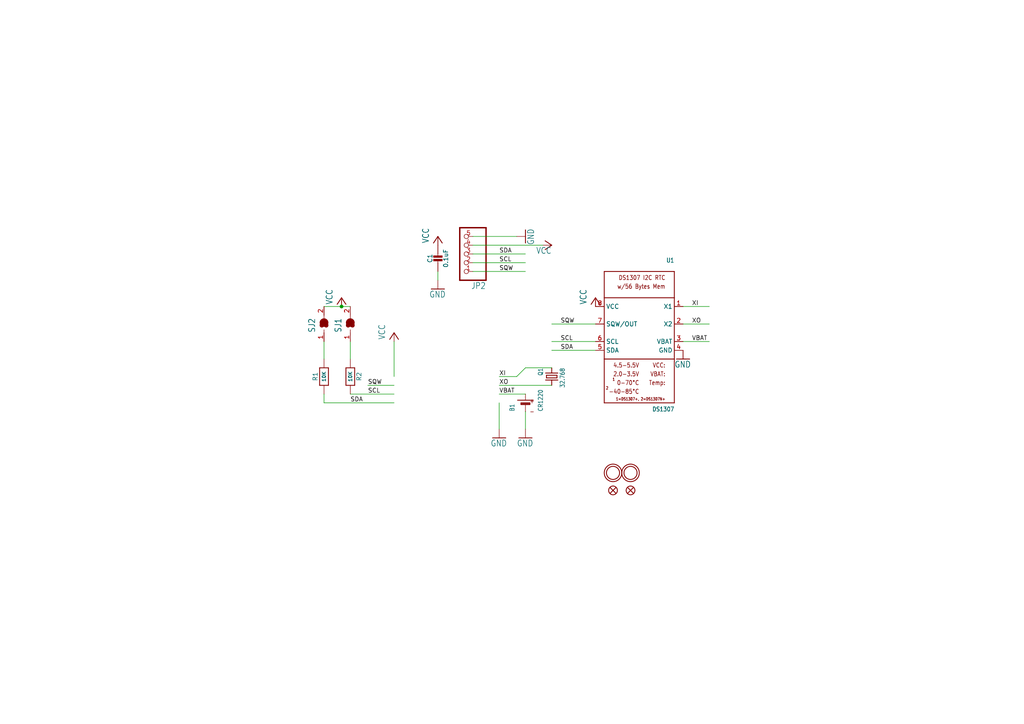
<source format=kicad_sch>
(kicad_sch (version 20230121) (generator eeschema)
  (paper "A4")
  (lib_symbols
    (symbol "working-eagle-import:BATTERYCR1220_SMT"
      (property "Reference" "B" (at -2.54 3.175 0))
      (symbol "BATTERYCR1220_SMT_1_0"
        (polyline (pts (xy -2.54 0) (xy -0.635 0)) (stroke (width 0.1524)))
        (polyline (pts (xy -0.508 -1.27) (xy -0.508 1.27)) (stroke (width 0.254)))
        (polyline (pts (xy -0.508 1.27) (xy -0.254 1.27)) (stroke (width 0.254)))
        (polyline (pts (xy -0.254 -1.27) (xy -0.508 -1.27)) (stroke (width 0.254)))
        (polyline (pts (xy -0.254 1.27) (xy -0.254 -1.27)) (stroke (width 0.254)))
        (polyline (pts (xy -0.254 1.27) (xy 0 1.27)) (stroke (width 0.254)))
        (polyline (pts (xy 0 -1.27) (xy -0.254 -1.27)) (stroke (width 0.254)))
        (polyline (pts (xy 0 1.27) (xy 0 -1.27)) (stroke (width 0.254)))
        (polyline (pts (xy 0.762 2.286) (xy 0.762 -2.286)) (stroke (width 0.254)))
        (polyline (pts (xy 0.889 0) (xy 2.54 0)) (stroke (width 0.1524)))
        (text "+" (at 1.27 -1.143 900) (effects (font (size 1.27 1.0795)) (justify right top)))
        (text "-" (at -1.778 -1.143 900) (effects (font (size 1.27 1.0795)) (justify right top)))
        (pin passive line (at 2.54 0 180) (length 0) (name "+") (number "+$1"))
        (pin passive line (at -2.54 0 0) (length 0) (name "-") (number "-"))
      )
    )
    (symbol "working-eagle-import:CAP_CERAMIC0805-NOOUTLINE"
      (property "Reference" "C" (at -2.29 1.25 90))
      (symbol "CAP_CERAMIC0805-NOOUTLINE_1_0"
        (rectangle (start -1.27 0.508) (end 1.27 1.016) (fill (type outline)))
        (rectangle (start -1.27 1.524) (end 1.27 2.032) (fill (type outline)))
        (polyline (pts (xy 0 0.762) (xy 0 0)) (stroke (width 0.1524)))
        (polyline (pts (xy 0 2.54) (xy 0 1.778)) (stroke (width 0.1524)))
        (pin passive line (at 0 5.08 270) (length 2.54) (name "1") (number "1"))
        (pin passive line (at 0 -2.54 90) (length 2.54) (name "2") (number "2"))
      )
    )
    (symbol "working-eagle-import:CRYSTAL8.0X3.8"
      (property "Reference" "Y" (at -2.54 2.54 0))
      (symbol "CRYSTAL8.0X3.8_1_0"
        (polyline (pts (xy -2.54 0) (xy -1.016 0)) (stroke (width 0.254)))
        (polyline (pts (xy -1.016 0) (xy -1.016 -1.778)) (stroke (width 0.254)))
        (polyline (pts (xy -1.016 1.778) (xy -1.016 0)) (stroke (width 0.254)))
        (polyline (pts (xy -0.381 -1.524) (xy 0.381 -1.524)) (stroke (width 0.254)))
        (polyline (pts (xy -0.381 1.524) (xy -0.381 -1.524)) (stroke (width 0.254)))
        (polyline (pts (xy 0.381 -1.524) (xy 0.381 1.524)) (stroke (width 0.254)))
        (polyline (pts (xy 0.381 1.524) (xy -0.381 1.524)) (stroke (width 0.254)))
        (polyline (pts (xy 1.016 0) (xy 1.016 -1.778)) (stroke (width 0.254)))
        (polyline (pts (xy 1.016 1.778) (xy 1.016 0)) (stroke (width 0.254)))
        (polyline (pts (xy 2.54 0) (xy 1.016 0)) (stroke (width 0.254)))
        (pin passive line (at -2.54 0 0) (length 0) (name "1") (number "P$1"))
        (pin passive line (at 2.54 0 180) (length 0) (name "2") (number "P$4"))
      )
    )
    (symbol "working-eagle-import:FIDUCIAL{dblquote}{dblquote}"
      (symbol "FIDUCIAL{dblquote}{dblquote}_1_0"
        (polyline (pts (xy -0.762 0.762) (xy 0.762 -0.762)) (stroke (width 0.254)))
        (polyline (pts (xy 0.762 0.762) (xy -0.762 -0.762)) (stroke (width 0.254)))
        (circle (center 0 0) (radius 1.27) (stroke (width 0.254)))
      )
    )
    (symbol "working-eagle-import:GND" (power)
      (property "Value" "GND" (at -2.54 -2.54 0))
      (symbol "GND_1_0"
        (polyline (pts (xy -1.905 0) (xy 1.905 0)) (stroke (width 0.254)))
        (pin power_in line (at 0 2.54 270) (length 2.54) (name "GND") (number "1"))
      )
    )
    (symbol "working-eagle-import:HEADER-1X576MIL"
      (property "Reference" "JP" (at -6.35 8.255 0))
      (symbol "HEADER-1X576MIL_1_0"
        (polyline (pts (xy -6.35 -7.62) (xy 1.27 -7.62)) (stroke (width 0.4064)))
        (polyline (pts (xy -6.35 7.62) (xy -6.35 -7.62)) (stroke (width 0.4064)))
        (polyline (pts (xy 1.27 -7.62) (xy 1.27 7.62)) (stroke (width 0.4064)))
        (polyline (pts (xy 1.27 7.62) (xy -6.35 7.62)) (stroke (width 0.4064)))
        (pin passive inverted (at -2.54 5.08 0) (length 2.54) (name "1") (number "1"))
        (pin passive inverted (at -2.54 2.54 0) (length 2.54) (name "2") (number "2"))
        (pin passive inverted (at -2.54 0 0) (length 2.54) (name "3") (number "3"))
        (pin passive inverted (at -2.54 -2.54 0) (length 2.54) (name "4") (number "4"))
        (pin passive inverted (at -2.54 -5.08 0) (length 2.54) (name "5") (number "5"))
      )
    )
    (symbol "working-eagle-import:MOUNTINGHOLE2.0"
      (symbol "MOUNTINGHOLE2.0_1_0"
        (circle (center 0 0) (radius 1.905) (stroke (width 0.254)))
        (circle (center 0 0) (radius 2.54) (stroke (width 0.254)))
      )
    )
    (symbol "working-eagle-import:RESISTOR0805_NOOUTLINE"
      (property "Reference" "R" (at 0 2.54 0))
      (symbol "RESISTOR0805_NOOUTLINE_1_0"
        (polyline (pts (xy -2.54 -1.27) (xy -2.54 1.27)) (stroke (width 0.254)))
        (polyline (pts (xy -2.54 1.27) (xy 2.54 1.27)) (stroke (width 0.254)))
        (polyline (pts (xy 2.54 -1.27) (xy -2.54 -1.27)) (stroke (width 0.254)))
        (polyline (pts (xy 2.54 1.27) (xy 2.54 -1.27)) (stroke (width 0.254)))
        (pin passive line (at -5.08 0 0) (length 2.54) (name "1") (number "1"))
        (pin passive line (at 5.08 0 180) (length 2.54) (name "2") (number "2"))
      )
    )
    (symbol "working-eagle-import:RTC_DS1307"
      (property "Reference" "U" (at -10.16 20.32 0))
      (symbol "RTC_DS1307_1_0"
        (polyline (pts (xy -10.16 -20.32) (xy -10.16 -7.62)) (stroke (width 0.254)))
        (polyline (pts (xy -10.16 -7.62) (xy -10.16 10.16)) (stroke (width 0.254)))
        (polyline (pts (xy -10.16 10.16) (xy 10.16 10.16)) (stroke (width 0.254)))
        (polyline (pts (xy -10.16 17.78) (xy -10.16 10.16)) (stroke (width 0.254)))
        (polyline (pts (xy -10.16 17.78) (xy 10.16 17.78)) (stroke (width 0.254)))
        (polyline (pts (xy 10.16 -20.32) (xy -10.16 -20.32)) (stroke (width 0.254)))
        (polyline (pts (xy 10.16 -20.32) (xy 10.16 -7.62)) (stroke (width 0.254)))
        (polyline (pts (xy 10.16 -7.62) (xy -10.16 -7.62)) (stroke (width 0.254)))
        (polyline (pts (xy 10.16 10.16) (xy 10.16 -7.62)) (stroke (width 0.254)))
        (polyline (pts (xy 10.16 17.78) (xy 10.16 10.16)) (stroke (width 0.254)))
        (text "-40-85°C" (at 0 -17.78 0) (effects (font (size 1.27 1.0795)) (justify left bottom)))
        (text "0-70°C" (at 0 -15.24 0) (effects (font (size 1.27 1.0795)) (justify left bottom)))
        (text "1" (at 6.985 -13.97 0) (effects (font (size 0.8128 0.6908)) (justify left bottom)))
        (text "1=DS1307+, 2=DS1307N+" (at -7.62 -19.685 0) (effects (font (size 0.8128 0.6908)) (justify left bottom)))
        (text "2" (at 8.89 -16.51 0) (effects (font (size 0.8128 0.6908)) (justify left bottom)))
        (text "2.0-3.5V" (at 0 -12.7 0) (effects (font (size 1.27 1.0795)) (justify left bottom)))
        (text "4.5-5.5V" (at 0 -10.16 0) (effects (font (size 1.27 1.0795)) (justify left bottom)))
        (text "DS1307 I2C RTC" (at -7.62 15.24 0) (effects (font (size 1.27 1.0795)) (justify left bottom)))
        (text "Temp:" (at -7.62 -15.24 0) (effects (font (size 1.27 1.0795)) (justify left bottom)))
        (text "VBAT:" (at -7.62 -12.7 0) (effects (font (size 1.27 1.0795)) (justify left bottom)))
        (text "VCC:" (at -7.62 -10.16 0) (effects (font (size 1.27 1.0795)) (justify left bottom)))
        (text "w/56 Bytes Mem" (at -7.62 12.7 0) (effects (font (size 1.27 1.0795)) (justify left bottom)))
        (pin bidirectional line (at -12.7 7.62 0) (length 2.54) (name "X1") (number "1"))
        (pin bidirectional line (at -12.7 2.54 0) (length 2.54) (name "X2") (number "2"))
        (pin bidirectional line (at -12.7 -2.54 0) (length 2.54) (name "VBAT") (number "3"))
        (pin bidirectional line (at -12.7 -5.08 0) (length 2.54) (name "GND") (number "4"))
        (pin bidirectional line (at 12.7 -5.08 180) (length 2.54) (name "SDA") (number "5"))
        (pin bidirectional line (at 12.7 -2.54 180) (length 2.54) (name "SCL") (number "6"))
        (pin bidirectional line (at 12.7 2.54 180) (length 2.54) (name "SQW/OUT") (number "7"))
        (pin bidirectional line (at 12.7 7.62 180) (length 2.54) (name "VCC") (number "8"))
      )
    )
    (symbol "working-eagle-import:SOLDERJUMPER_CLOSED"
      (property "Reference" "SJ" (at -2.54 2.54 0))
      (symbol "SOLDERJUMPER_CLOSED_1_0"
        (arc (start -0.381 -0.635) (mid 0.2514 -0.0001) (end -0.3808 0.635) (stroke (width 1.27)))
        (polyline (pts (xy -2.54 0) (xy -1.651 0)) (stroke (width 0.1524)))
        (polyline (pts (xy -0.635 0) (xy 0.635 0)) (stroke (width 0.4064)))
        (polyline (pts (xy 2.54 0) (xy 1.651 0)) (stroke (width 0.1524)))
        (arc (start 0.3808 -0.635) (mid 1.0132 -0.0001) (end 0.381 0.635) (stroke (width 1.27)))
        (pin passive line (at -5.08 0 0) (length 2.54) (name "1") (number "1"))
        (pin passive line (at 5.08 0 180) (length 2.54) (name "2") (number "2"))
      )
    )
    (symbol "working-eagle-import:VCC" (power)
      (property "Value" "VCC" (at -2.54 -2.54 90))
      (symbol "VCC_1_0"
        (polyline (pts (xy 0 0) (xy -1.27 -1.905)) (stroke (width 0.254)))
        (polyline (pts (xy 1.27 -1.905) (xy 0 0)) (stroke (width 0.254)))
        (pin power_in line (at 0 -2.54 90) (length 2.54) (name "VCC") (number "1"))
      )
    )
  )
  (junction (at 99.06 88.9))
  (wire (pts (xy 114.3 116.84) (xy 93.98 116.84)) (stroke (width 0.1524)))
  (wire (pts (xy 152.4 119.38) (xy 152.4 124.46)) (stroke (width 0.1524)))
  (wire (pts (xy 101.6 99.06) (xy 101.6 104.14)) (stroke (width 0.1524)))
  (wire (pts (xy 160.02 106.68) (xy 152.4 106.68)) (stroke (width 0.1524)))
  (wire (pts (xy 149.86 109.22) (xy 144.78 109.22)) (stroke (width 0.1524)))
  (wire (pts (xy 93.98 104.14) (xy 93.98 99.06)) (stroke (width 0.1524)))
  (wire (pts (xy 157.48 71.12) (xy 137.16 71.12)) (stroke (width 0.1524)))
  (wire (pts (xy 137.16 73.66) (xy 152.4 73.66)) (stroke (width 0.1524)))
  (wire (pts (xy 172.72 93.98) (xy 160.02 93.98)) (stroke (width 0.1524)))
  (wire (pts (xy 198.12 99.06) (xy 205.74 99.06)) (stroke (width 0.1524)))
  (wire (pts (xy 127 81.28) (xy 127 78.74)) (stroke (width 0.1524)))
  (wire (pts (xy 93.98 116.84) (xy 93.98 114.3)) (stroke (width 0.1524)))
  (wire (pts (xy 149.86 68.58) (xy 137.16 68.58)) (stroke (width 0.1524)))
  (wire (pts (xy 114.3 111.76) (xy 106.68 111.76)) (stroke (width 0.1524)))
  (wire (pts (xy 152.4 106.68) (xy 149.86 109.22)) (stroke (width 0.1524)))
  (wire (pts (xy 101.6 88.9) (xy 99.06 88.9)) (stroke (width 0.1524)))
  (wire (pts (xy 137.16 78.74) (xy 152.4 78.74)) (stroke (width 0.1524)))
  (wire (pts (xy 114.3 99.06) (xy 114.3 109.22)) (stroke (width 0.1524)))
  (wire (pts (xy 160.02 99.06) (xy 172.72 99.06)) (stroke (width 0.1524)))
  (wire (pts (xy 144.78 124.46) (xy 144.78 116.84)) (stroke (width 0.1524)))
  (wire (pts (xy 160.02 111.76) (xy 144.78 111.76)) (stroke (width 0.1524)))
  (wire (pts (xy 152.4 114.3) (xy 144.78 114.3)) (stroke (width 0.1524)))
  (wire (pts (xy 198.12 88.9) (xy 205.74 88.9)) (stroke (width 0.1524)))
  (wire (pts (xy 99.06 88.9) (xy 93.98 88.9)) (stroke (width 0.1524)))
  (wire (pts (xy 172.72 101.6) (xy 160.02 101.6)) (stroke (width 0.1524)))
  (wire (pts (xy 205.74 93.98) (xy 198.12 93.98)) (stroke (width 0.1524)))
  (wire (pts (xy 137.16 76.2) (xy 152.4 76.2)) (stroke (width 0.1524)))
  (wire (pts (xy 114.3 114.3) (xy 101.6 114.3)) (stroke (width 0.1524)))
  (label "VBAT" (at 200.66 99.06 0) (effects (font (size 1.2446 1.2446))))
  (label "SDA" (at 101.6 116.84 0) (effects (font (size 1.2446 1.2446))))
  (label "VBAT" (at 144.78 114.3 0) (effects (font (size 1.2446 1.2446))))
  (label "SDA" (at 144.78 73.66 0) (effects (font (size 1.2446 1.2446))))
  (label "SCL" (at 144.78 76.2 0) (effects (font (size 1.2446 1.2446))))
  (label "SCL" (at 162.56 99.06 0) (effects (font (size 1.2446 1.2446))))
  (label "XO" (at 144.78 111.76 0) (effects (font (size 1.2446 1.2446))))
  (label "XI" (at 144.78 109.22 0) (effects (font (size 1.2446 1.2446))))
  (label "SQW" (at 144.78 78.74 0) (effects (font (size 1.2446 1.2446))))
  (label "SCL" (at 106.68 114.3 0) (effects (font (size 1.2446 1.2446))))
  (label "SQW" (at 162.56 93.98 0) (effects (font (size 1.2446 1.2446))))
  (label "SQW" (at 106.68 111.76 0) (effects (font (size 1.2446 1.2446))))
  (label "XI" (at 200.66 88.9 0) (effects (font (size 1.2446 1.2446))))
  (label "XO" (at 200.66 93.98 0) (effects (font (size 1.2446 1.2446))))
  (label "SDA" (at 162.56 101.6 0) (effects (font (size 1.2446 1.2446))))
  (symbol (lib_id "working-eagle-import:VCC") (at 160.02 71.12 270) (mirror x) (unit 1)
    (property "Reference" "#P+1" (effects hide))
    (property "Value" "VCC" (at 160.02 73.66 90) (effects (font (size 1.778 1.5113)) (justify right top)))
  )
  (symbol (lib_id "working-eagle-import:VCC") (at 114.3 96.52 0) (mirror y) (unit 1)
    (property "Reference" "#P+13" (effects hide))
    (property "Value" "VCC" (at 111.76 93.98 90) (effects (font (size 1.778 1.5113)) (justify right top)))
  )
  (symbol (lib_id "working-eagle-import:RESISTOR0805_NOOUTLINE") (at 101.6 109.22 270) (unit 1)
    (property "Reference" "R2" (at 104.14 109.22 0))
    (property "Value" "10K" (at 101.6 109.22 0) (effects (font (size 1.016 1.016) bold)))
    (property "Footprint" "working:0805-NO" (effects hide))
  )
  (symbol (lib_id "working-eagle-import:GND") (at 127 83.82 0) (unit 1)
    (property "Reference" "#GND2" (effects hide))
    (property "Value" "GND" (at 124.46 86.36 0) (effects (font (size 1.778 1.5113)) (justify left bottom)))
  )
  (symbol (lib_id "working-eagle-import:CAP_CERAMIC0805-NOOUTLINE") (at 127 76.2 0) (unit 1)
    (property "Reference" "C1" (at 124.71 74.95 90))
    (property "Value" "0.1uF" (at 129.3 74.95 90))
    (property "Footprint" "working:0805-NO" (effects hide))
  )
  (symbol (lib_id "working-eagle-import:SOLDERJUMPER_CLOSED") (at 101.6 93.98 90) (unit 1)
    (property "Reference" "SJ1" (at 99.06 96.52 0) (effects (font (size 1.778 1.5113)) (justify left bottom)))
    (property "Value" "SOLDERJUMPER_CLOSED" (effects hide))
    (property "Footprint" "working:SOLDERJUMPER_CLOSEDWIRE" (effects hide))
  )
  (symbol (lib_id "working-eagle-import:MOUNTINGHOLE2.0") (at 177.8 137.16 0) (unit 1)
    (property "Reference" "U$1" (effects hide))
    (property "Value" "MOUNTINGHOLE2.0" (effects hide))
    (property "Footprint" "working:MOUNTINGHOLE_2.0_PLATED" (effects hide))
  )
  (symbol (lib_id "working-eagle-import:VCC") (at 172.72 86.36 0) (mirror y) (unit 1)
    (property "Reference" "#P+3" (effects hide))
    (property "Value" "VCC" (at 170.18 83.82 90) (effects (font (size 1.778 1.5113)) (justify right top)))
  )
  (symbol (lib_id "working-eagle-import:GND") (at 144.78 127 0) (unit 1)
    (property "Reference" "#GND16" (effects hide))
    (property "Value" "GND" (at 142.24 129.54 0) (effects (font (size 1.778 1.5113)) (justify left bottom)))
  )
  (symbol (lib_id "working-eagle-import:RESISTOR0805_NOOUTLINE") (at 93.98 109.22 90) (unit 1)
    (property "Reference" "R1" (at 91.44 109.22 0))
    (property "Value" "10K" (at 93.98 109.22 0) (effects (font (size 1.016 1.016) bold)))
    (property "Footprint" "working:0805-NO" (effects hide))
  )
  (symbol (lib_id "working-eagle-import:HEADER-1X576MIL") (at 134.62 73.66 180) (unit 1)
    (property "Reference" "JP2" (at 140.97 81.915 0) (effects (font (size 1.778 1.5113)) (justify left bottom)))
    (property "Value" "HEADER-1X576MIL" (effects hide))
    (property "Footprint" "working:1X05_ROUND_76" (effects hide))
  )
  (symbol (lib_id "working-eagle-import:SOLDERJUMPER_CLOSED") (at 93.98 93.98 90) (unit 1)
    (property "Reference" "SJ2" (at 91.44 96.52 0) (effects (font (size 1.778 1.5113)) (justify left bottom)))
    (property "Value" "SOLDERJUMPER_CLOSED" (effects hide))
    (property "Footprint" "working:SOLDERJUMPER_CLOSEDWIRE" (effects hide))
  )
  (symbol (lib_id "working-eagle-import:VCC") (at 99.06 86.36 0) (mirror y) (unit 1)
    (property "Reference" "#P+14" (effects hide))
    (property "Value" "VCC" (at 96.52 83.82 90) (effects (font (size 1.778 1.5113)) (justify right top)))
  )
  (symbol (lib_id "working-eagle-import:FIDUCIAL{dblquote}{dblquote}") (at 177.8 142.24 0) (unit 1)
    (property "Reference" "FID2" (effects hide))
    (property "Value" "FIDUCIAL{dblquote}{dblquote}" (effects hide))
    (property "Footprint" "working:FIDUCIAL_1MM" (effects hide))
  )
  (symbol (lib_id "working-eagle-import:FIDUCIAL{dblquote}{dblquote}") (at 182.88 142.24 0) (unit 1)
    (property "Reference" "FID1" (effects hide))
    (property "Value" "FIDUCIAL{dblquote}{dblquote}" (effects hide))
    (property "Footprint" "working:FIDUCIAL_1MM" (effects hide))
  )
  (symbol (lib_id "working-eagle-import:MOUNTINGHOLE2.0") (at 182.88 137.16 0) (unit 1)
    (property "Reference" "U$4" (effects hide))
    (property "Value" "MOUNTINGHOLE2.0" (effects hide))
    (property "Footprint" "working:MOUNTINGHOLE_2.0_PLATED" (effects hide))
  )
  (symbol (lib_id "working-eagle-import:CRYSTAL8.0X3.8") (at 160.02 109.22 90) (mirror x) (unit 1)
    (property "Reference" "Q1" (at 157.48 106.68 0) (effects (font (size 1.27 1.0795)) (justify left bottom)))
    (property "Value" "32.768" (at 163.83 106.68 0) (effects (font (size 1.27 1.0795)) (justify left bottom)))
    (property "Footprint" "working:CRYSTAL_8X3.8" (effects hide))
  )
  (symbol (lib_id "working-eagle-import:GND") (at 152.4 127 0) (unit 1)
    (property "Reference" "#GND17" (effects hide))
    (property "Value" "GND" (at 149.86 129.54 0) (effects (font (size 1.778 1.5113)) (justify left bottom)))
  )
  (symbol (lib_id "working-eagle-import:GND") (at 152.4 68.58 90) (unit 1)
    (property "Reference" "#GND1" (effects hide))
    (property "Value" "GND" (at 154.94 71.12 0) (effects (font (size 1.778 1.5113)) (justify left bottom)))
  )
  (symbol (lib_id "working-eagle-import:RTC_DS1307") (at 185.42 96.52 0) (mirror y) (unit 1)
    (property "Reference" "U1" (at 195.58 76.2 0) (effects (font (size 1.27 1.0795)) (justify left bottom)))
    (property "Value" "DS1307" (at 195.58 119.38 0) (effects (font (size 1.27 1.0795)) (justify left bottom)))
    (property "Footprint" "working:SOIC8_150MIL" (effects hide))
  )
  (symbol (lib_id "working-eagle-import:GND") (at 198.12 104.14 0) (unit 1)
    (property "Reference" "#GND3" (effects hide))
    (property "Value" "GND" (at 195.58 106.68 0) (effects (font (size 1.778 1.5113)) (justify left bottom)))
  )
  (symbol (lib_id "working-eagle-import:BATTERYCR1220_SMT") (at 152.4 116.84 90) (unit 1)
    (property "Reference" "B1" (at 149.225 119.38 0) (effects (font (size 1.27 1.0795)) (justify left bottom)))
    (property "Value" "CR1220" (at 157.48 119.38 0) (effects (font (size 1.27 1.0795)) (justify left bottom)))
    (property "Footprint" "working:CR1220" (effects hide))
  )
  (symbol (lib_id "working-eagle-import:VCC") (at 127 68.58 0) (mirror y) (unit 1)
    (property "Reference" "#P+2" (effects hide))
    (property "Value" "VCC" (at 124.46 66.04 90) (effects (font (size 1.778 1.5113)) (justify right top)))
  )
)
</source>
